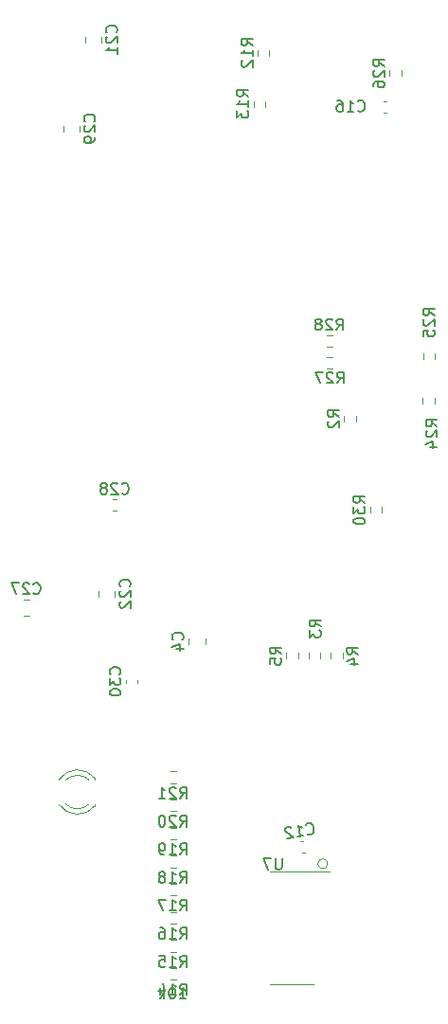
<source format=gbr>
G04 #@! TF.GenerationSoftware,KiCad,Pcbnew,7.0.9*
G04 #@! TF.CreationDate,2024-06-15T21:38:13-04:00*
G04 #@! TF.ProjectId,MEAP_Rev3c,4d454150-5f52-4657-9633-632e6b696361,rev?*
G04 #@! TF.SameCoordinates,Original*
G04 #@! TF.FileFunction,Legend,Bot*
G04 #@! TF.FilePolarity,Positive*
%FSLAX46Y46*%
G04 Gerber Fmt 4.6, Leading zero omitted, Abs format (unit mm)*
G04 Created by KiCad (PCBNEW 7.0.9) date 2024-06-15 21:38:13*
%MOMM*%
%LPD*%
G01*
G04 APERTURE LIST*
%ADD10C,0.120000*%
%ADD11C,0.150000*%
G04 APERTURE END LIST*
D10*
X42228406Y-99480000D02*
G75*
G03*
X42228406Y-99480000I-438406J0D01*
G01*
D11*
X28989411Y-111539819D02*
X29560839Y-111539819D01*
X29275125Y-111539819D02*
X29275125Y-110539819D01*
X29275125Y-110539819D02*
X29370363Y-110682676D01*
X29370363Y-110682676D02*
X29465601Y-110777914D01*
X29465601Y-110777914D02*
X29560839Y-110825533D01*
X28370363Y-110539819D02*
X28275125Y-110539819D01*
X28275125Y-110539819D02*
X28179887Y-110587438D01*
X28179887Y-110587438D02*
X28132268Y-110635057D01*
X28132268Y-110635057D02*
X28084649Y-110730295D01*
X28084649Y-110730295D02*
X28037030Y-110920771D01*
X28037030Y-110920771D02*
X28037030Y-111158866D01*
X28037030Y-111158866D02*
X28084649Y-111349342D01*
X28084649Y-111349342D02*
X28132268Y-111444580D01*
X28132268Y-111444580D02*
X28179887Y-111492200D01*
X28179887Y-111492200D02*
X28275125Y-111539819D01*
X28275125Y-111539819D02*
X28370363Y-111539819D01*
X28370363Y-111539819D02*
X28465601Y-111492200D01*
X28465601Y-111492200D02*
X28513220Y-111444580D01*
X28513220Y-111444580D02*
X28560839Y-111349342D01*
X28560839Y-111349342D02*
X28608458Y-111158866D01*
X28608458Y-111158866D02*
X28608458Y-110920771D01*
X28608458Y-110920771D02*
X28560839Y-110730295D01*
X28560839Y-110730295D02*
X28513220Y-110635057D01*
X28513220Y-110635057D02*
X28465601Y-110587438D01*
X28465601Y-110587438D02*
X28370363Y-110539819D01*
X27608458Y-111539819D02*
X27608458Y-110539819D01*
X27513220Y-111158866D02*
X27227506Y-111539819D01*
X27227506Y-110873152D02*
X27608458Y-111254104D01*
X29219580Y-79435833D02*
X29267200Y-79388214D01*
X29267200Y-79388214D02*
X29314819Y-79245357D01*
X29314819Y-79245357D02*
X29314819Y-79150119D01*
X29314819Y-79150119D02*
X29267200Y-79007262D01*
X29267200Y-79007262D02*
X29171961Y-78912024D01*
X29171961Y-78912024D02*
X29076723Y-78864405D01*
X29076723Y-78864405D02*
X28886247Y-78816786D01*
X28886247Y-78816786D02*
X28743390Y-78816786D01*
X28743390Y-78816786D02*
X28552914Y-78864405D01*
X28552914Y-78864405D02*
X28457676Y-78912024D01*
X28457676Y-78912024D02*
X28362438Y-79007262D01*
X28362438Y-79007262D02*
X28314819Y-79150119D01*
X28314819Y-79150119D02*
X28314819Y-79245357D01*
X28314819Y-79245357D02*
X28362438Y-79388214D01*
X28362438Y-79388214D02*
X28410057Y-79435833D01*
X28648152Y-80292976D02*
X29314819Y-80292976D01*
X28267200Y-80054881D02*
X28981485Y-79816786D01*
X28981485Y-79816786D02*
X28981485Y-80435833D01*
X43012857Y-51764819D02*
X43346190Y-51288628D01*
X43584285Y-51764819D02*
X43584285Y-50764819D01*
X43584285Y-50764819D02*
X43203333Y-50764819D01*
X43203333Y-50764819D02*
X43108095Y-50812438D01*
X43108095Y-50812438D02*
X43060476Y-50860057D01*
X43060476Y-50860057D02*
X43012857Y-50955295D01*
X43012857Y-50955295D02*
X43012857Y-51098152D01*
X43012857Y-51098152D02*
X43060476Y-51193390D01*
X43060476Y-51193390D02*
X43108095Y-51241009D01*
X43108095Y-51241009D02*
X43203333Y-51288628D01*
X43203333Y-51288628D02*
X43584285Y-51288628D01*
X42631904Y-50860057D02*
X42584285Y-50812438D01*
X42584285Y-50812438D02*
X42489047Y-50764819D01*
X42489047Y-50764819D02*
X42250952Y-50764819D01*
X42250952Y-50764819D02*
X42155714Y-50812438D01*
X42155714Y-50812438D02*
X42108095Y-50860057D01*
X42108095Y-50860057D02*
X42060476Y-50955295D01*
X42060476Y-50955295D02*
X42060476Y-51050533D01*
X42060476Y-51050533D02*
X42108095Y-51193390D01*
X42108095Y-51193390D02*
X42679523Y-51764819D01*
X42679523Y-51764819D02*
X42060476Y-51764819D01*
X41489047Y-51193390D02*
X41584285Y-51145771D01*
X41584285Y-51145771D02*
X41631904Y-51098152D01*
X41631904Y-51098152D02*
X41679523Y-51002914D01*
X41679523Y-51002914D02*
X41679523Y-50955295D01*
X41679523Y-50955295D02*
X41631904Y-50860057D01*
X41631904Y-50860057D02*
X41584285Y-50812438D01*
X41584285Y-50812438D02*
X41489047Y-50764819D01*
X41489047Y-50764819D02*
X41298571Y-50764819D01*
X41298571Y-50764819D02*
X41203333Y-50812438D01*
X41203333Y-50812438D02*
X41155714Y-50860057D01*
X41155714Y-50860057D02*
X41108095Y-50955295D01*
X41108095Y-50955295D02*
X41108095Y-51002914D01*
X41108095Y-51002914D02*
X41155714Y-51098152D01*
X41155714Y-51098152D02*
X41203333Y-51145771D01*
X41203333Y-51145771D02*
X41298571Y-51193390D01*
X41298571Y-51193390D02*
X41489047Y-51193390D01*
X41489047Y-51193390D02*
X41584285Y-51241009D01*
X41584285Y-51241009D02*
X41631904Y-51288628D01*
X41631904Y-51288628D02*
X41679523Y-51383866D01*
X41679523Y-51383866D02*
X41679523Y-51574342D01*
X41679523Y-51574342D02*
X41631904Y-51669580D01*
X41631904Y-51669580D02*
X41584285Y-51717200D01*
X41584285Y-51717200D02*
X41489047Y-51764819D01*
X41489047Y-51764819D02*
X41298571Y-51764819D01*
X41298571Y-51764819D02*
X41203333Y-51717200D01*
X41203333Y-51717200D02*
X41155714Y-51669580D01*
X41155714Y-51669580D02*
X41108095Y-51574342D01*
X41108095Y-51574342D02*
X41108095Y-51383866D01*
X41108095Y-51383866D02*
X41155714Y-51288628D01*
X41155714Y-51288628D02*
X41203333Y-51241009D01*
X41203333Y-51241009D02*
X41298571Y-51193390D01*
X29030359Y-106184820D02*
X29363692Y-105708629D01*
X29601787Y-106184820D02*
X29601787Y-105184820D01*
X29601787Y-105184820D02*
X29220835Y-105184820D01*
X29220835Y-105184820D02*
X29125597Y-105232439D01*
X29125597Y-105232439D02*
X29077978Y-105280058D01*
X29077978Y-105280058D02*
X29030359Y-105375296D01*
X29030359Y-105375296D02*
X29030359Y-105518153D01*
X29030359Y-105518153D02*
X29077978Y-105613391D01*
X29077978Y-105613391D02*
X29125597Y-105661010D01*
X29125597Y-105661010D02*
X29220835Y-105708629D01*
X29220835Y-105708629D02*
X29601787Y-105708629D01*
X28077978Y-106184820D02*
X28649406Y-106184820D01*
X28363692Y-106184820D02*
X28363692Y-105184820D01*
X28363692Y-105184820D02*
X28458930Y-105327677D01*
X28458930Y-105327677D02*
X28554168Y-105422915D01*
X28554168Y-105422915D02*
X28649406Y-105470534D01*
X27220835Y-105184820D02*
X27411311Y-105184820D01*
X27411311Y-105184820D02*
X27506549Y-105232439D01*
X27506549Y-105232439D02*
X27554168Y-105280058D01*
X27554168Y-105280058D02*
X27649406Y-105422915D01*
X27649406Y-105422915D02*
X27697025Y-105613391D01*
X27697025Y-105613391D02*
X27697025Y-105994343D01*
X27697025Y-105994343D02*
X27649406Y-106089581D01*
X27649406Y-106089581D02*
X27601787Y-106137201D01*
X27601787Y-106137201D02*
X27506549Y-106184820D01*
X27506549Y-106184820D02*
X27316073Y-106184820D01*
X27316073Y-106184820D02*
X27220835Y-106137201D01*
X27220835Y-106137201D02*
X27173216Y-106089581D01*
X27173216Y-106089581D02*
X27125597Y-105994343D01*
X27125597Y-105994343D02*
X27125597Y-105756248D01*
X27125597Y-105756248D02*
X27173216Y-105661010D01*
X27173216Y-105661010D02*
X27220835Y-105613391D01*
X27220835Y-105613391D02*
X27316073Y-105565772D01*
X27316073Y-105565772D02*
X27506549Y-105565772D01*
X27506549Y-105565772D02*
X27601787Y-105613391D01*
X27601787Y-105613391D02*
X27649406Y-105661010D01*
X27649406Y-105661010D02*
X27697025Y-105756248D01*
X41594819Y-78273333D02*
X41118628Y-77940000D01*
X41594819Y-77701905D02*
X40594819Y-77701905D01*
X40594819Y-77701905D02*
X40594819Y-78082857D01*
X40594819Y-78082857D02*
X40642438Y-78178095D01*
X40642438Y-78178095D02*
X40690057Y-78225714D01*
X40690057Y-78225714D02*
X40785295Y-78273333D01*
X40785295Y-78273333D02*
X40928152Y-78273333D01*
X40928152Y-78273333D02*
X41023390Y-78225714D01*
X41023390Y-78225714D02*
X41071009Y-78178095D01*
X41071009Y-78178095D02*
X41118628Y-78082857D01*
X41118628Y-78082857D02*
X41118628Y-77701905D01*
X40594819Y-78606667D02*
X40594819Y-79225714D01*
X40594819Y-79225714D02*
X40975771Y-78892381D01*
X40975771Y-78892381D02*
X40975771Y-79035238D01*
X40975771Y-79035238D02*
X41023390Y-79130476D01*
X41023390Y-79130476D02*
X41071009Y-79178095D01*
X41071009Y-79178095D02*
X41166247Y-79225714D01*
X41166247Y-79225714D02*
X41404342Y-79225714D01*
X41404342Y-79225714D02*
X41499580Y-79178095D01*
X41499580Y-79178095D02*
X41547200Y-79130476D01*
X41547200Y-79130476D02*
X41594819Y-79035238D01*
X41594819Y-79035238D02*
X41594819Y-78749524D01*
X41594819Y-78749524D02*
X41547200Y-78654286D01*
X41547200Y-78654286D02*
X41499580Y-78606667D01*
X35124819Y-30887142D02*
X34648628Y-30553809D01*
X35124819Y-30315714D02*
X34124819Y-30315714D01*
X34124819Y-30315714D02*
X34124819Y-30696666D01*
X34124819Y-30696666D02*
X34172438Y-30791904D01*
X34172438Y-30791904D02*
X34220057Y-30839523D01*
X34220057Y-30839523D02*
X34315295Y-30887142D01*
X34315295Y-30887142D02*
X34458152Y-30887142D01*
X34458152Y-30887142D02*
X34553390Y-30839523D01*
X34553390Y-30839523D02*
X34601009Y-30791904D01*
X34601009Y-30791904D02*
X34648628Y-30696666D01*
X34648628Y-30696666D02*
X34648628Y-30315714D01*
X35124819Y-31839523D02*
X35124819Y-31268095D01*
X35124819Y-31553809D02*
X34124819Y-31553809D01*
X34124819Y-31553809D02*
X34267676Y-31458571D01*
X34267676Y-31458571D02*
X34362914Y-31363333D01*
X34362914Y-31363333D02*
X34410533Y-31268095D01*
X34124819Y-32172857D02*
X34124819Y-32791904D01*
X34124819Y-32791904D02*
X34505771Y-32458571D01*
X34505771Y-32458571D02*
X34505771Y-32601428D01*
X34505771Y-32601428D02*
X34553390Y-32696666D01*
X34553390Y-32696666D02*
X34601009Y-32744285D01*
X34601009Y-32744285D02*
X34696247Y-32791904D01*
X34696247Y-32791904D02*
X34934342Y-32791904D01*
X34934342Y-32791904D02*
X35029580Y-32744285D01*
X35029580Y-32744285D02*
X35077200Y-32696666D01*
X35077200Y-32696666D02*
X35124819Y-32601428D01*
X35124819Y-32601428D02*
X35124819Y-32315714D01*
X35124819Y-32315714D02*
X35077200Y-32220476D01*
X35077200Y-32220476D02*
X35029580Y-32172857D01*
X21339579Y-33127139D02*
X21387199Y-33079520D01*
X21387199Y-33079520D02*
X21434818Y-32936663D01*
X21434818Y-32936663D02*
X21434818Y-32841425D01*
X21434818Y-32841425D02*
X21387199Y-32698568D01*
X21387199Y-32698568D02*
X21291960Y-32603330D01*
X21291960Y-32603330D02*
X21196722Y-32555711D01*
X21196722Y-32555711D02*
X21006246Y-32508092D01*
X21006246Y-32508092D02*
X20863389Y-32508092D01*
X20863389Y-32508092D02*
X20672913Y-32555711D01*
X20672913Y-32555711D02*
X20577675Y-32603330D01*
X20577675Y-32603330D02*
X20482437Y-32698568D01*
X20482437Y-32698568D02*
X20434818Y-32841425D01*
X20434818Y-32841425D02*
X20434818Y-32936663D01*
X20434818Y-32936663D02*
X20482437Y-33079520D01*
X20482437Y-33079520D02*
X20530056Y-33127139D01*
X20530056Y-33508092D02*
X20482437Y-33555711D01*
X20482437Y-33555711D02*
X20434818Y-33650949D01*
X20434818Y-33650949D02*
X20434818Y-33889044D01*
X20434818Y-33889044D02*
X20482437Y-33984282D01*
X20482437Y-33984282D02*
X20530056Y-34031901D01*
X20530056Y-34031901D02*
X20625294Y-34079520D01*
X20625294Y-34079520D02*
X20720532Y-34079520D01*
X20720532Y-34079520D02*
X20863389Y-34031901D01*
X20863389Y-34031901D02*
X21434818Y-33460473D01*
X21434818Y-33460473D02*
X21434818Y-34079520D01*
X21434818Y-34555711D02*
X21434818Y-34746187D01*
X21434818Y-34746187D02*
X21387199Y-34841425D01*
X21387199Y-34841425D02*
X21339579Y-34889044D01*
X21339579Y-34889044D02*
X21196722Y-34984282D01*
X21196722Y-34984282D02*
X21006246Y-35031901D01*
X21006246Y-35031901D02*
X20625294Y-35031901D01*
X20625294Y-35031901D02*
X20530056Y-34984282D01*
X20530056Y-34984282D02*
X20482437Y-34936663D01*
X20482437Y-34936663D02*
X20434818Y-34841425D01*
X20434818Y-34841425D02*
X20434818Y-34650949D01*
X20434818Y-34650949D02*
X20482437Y-34555711D01*
X20482437Y-34555711D02*
X20530056Y-34508092D01*
X20530056Y-34508092D02*
X20625294Y-34460473D01*
X20625294Y-34460473D02*
X20863389Y-34460473D01*
X20863389Y-34460473D02*
X20958627Y-34508092D01*
X20958627Y-34508092D02*
X21006246Y-34555711D01*
X21006246Y-34555711D02*
X21053865Y-34650949D01*
X21053865Y-34650949D02*
X21053865Y-34841425D01*
X21053865Y-34841425D02*
X21006246Y-34936663D01*
X21006246Y-34936663D02*
X20958627Y-34984282D01*
X20958627Y-34984282D02*
X20863389Y-35031901D01*
X43234819Y-59533333D02*
X42758628Y-59200000D01*
X43234819Y-58961905D02*
X42234819Y-58961905D01*
X42234819Y-58961905D02*
X42234819Y-59342857D01*
X42234819Y-59342857D02*
X42282438Y-59438095D01*
X42282438Y-59438095D02*
X42330057Y-59485714D01*
X42330057Y-59485714D02*
X42425295Y-59533333D01*
X42425295Y-59533333D02*
X42568152Y-59533333D01*
X42568152Y-59533333D02*
X42663390Y-59485714D01*
X42663390Y-59485714D02*
X42711009Y-59438095D01*
X42711009Y-59438095D02*
X42758628Y-59342857D01*
X42758628Y-59342857D02*
X42758628Y-58961905D01*
X42330057Y-59914286D02*
X42282438Y-59961905D01*
X42282438Y-59961905D02*
X42234819Y-60057143D01*
X42234819Y-60057143D02*
X42234819Y-60295238D01*
X42234819Y-60295238D02*
X42282438Y-60390476D01*
X42282438Y-60390476D02*
X42330057Y-60438095D01*
X42330057Y-60438095D02*
X42425295Y-60485714D01*
X42425295Y-60485714D02*
X42520533Y-60485714D01*
X42520533Y-60485714D02*
X42663390Y-60438095D01*
X42663390Y-60438095D02*
X43234819Y-59866667D01*
X43234819Y-59866667D02*
X43234819Y-60485714D01*
X29030358Y-101164816D02*
X29363691Y-100688625D01*
X29601786Y-101164816D02*
X29601786Y-100164816D01*
X29601786Y-100164816D02*
X29220834Y-100164816D01*
X29220834Y-100164816D02*
X29125596Y-100212435D01*
X29125596Y-100212435D02*
X29077977Y-100260054D01*
X29077977Y-100260054D02*
X29030358Y-100355292D01*
X29030358Y-100355292D02*
X29030358Y-100498149D01*
X29030358Y-100498149D02*
X29077977Y-100593387D01*
X29077977Y-100593387D02*
X29125596Y-100641006D01*
X29125596Y-100641006D02*
X29220834Y-100688625D01*
X29220834Y-100688625D02*
X29601786Y-100688625D01*
X28077977Y-101164816D02*
X28649405Y-101164816D01*
X28363691Y-101164816D02*
X28363691Y-100164816D01*
X28363691Y-100164816D02*
X28458929Y-100307673D01*
X28458929Y-100307673D02*
X28554167Y-100402911D01*
X28554167Y-100402911D02*
X28649405Y-100450530D01*
X27506548Y-100593387D02*
X27601786Y-100545768D01*
X27601786Y-100545768D02*
X27649405Y-100498149D01*
X27649405Y-100498149D02*
X27697024Y-100402911D01*
X27697024Y-100402911D02*
X27697024Y-100355292D01*
X27697024Y-100355292D02*
X27649405Y-100260054D01*
X27649405Y-100260054D02*
X27601786Y-100212435D01*
X27601786Y-100212435D02*
X27506548Y-100164816D01*
X27506548Y-100164816D02*
X27316072Y-100164816D01*
X27316072Y-100164816D02*
X27220834Y-100212435D01*
X27220834Y-100212435D02*
X27173215Y-100260054D01*
X27173215Y-100260054D02*
X27125596Y-100355292D01*
X27125596Y-100355292D02*
X27125596Y-100402911D01*
X27125596Y-100402911D02*
X27173215Y-100498149D01*
X27173215Y-100498149D02*
X27220834Y-100545768D01*
X27220834Y-100545768D02*
X27316072Y-100593387D01*
X27316072Y-100593387D02*
X27506548Y-100593387D01*
X27506548Y-100593387D02*
X27601786Y-100641006D01*
X27601786Y-100641006D02*
X27649405Y-100688625D01*
X27649405Y-100688625D02*
X27697024Y-100783863D01*
X27697024Y-100783863D02*
X27697024Y-100974339D01*
X27697024Y-100974339D02*
X27649405Y-101069577D01*
X27649405Y-101069577D02*
X27601786Y-101117197D01*
X27601786Y-101117197D02*
X27506548Y-101164816D01*
X27506548Y-101164816D02*
X27316072Y-101164816D01*
X27316072Y-101164816D02*
X27220834Y-101117197D01*
X27220834Y-101117197D02*
X27173215Y-101069577D01*
X27173215Y-101069577D02*
X27125596Y-100974339D01*
X27125596Y-100974339D02*
X27125596Y-100783863D01*
X27125596Y-100783863D02*
X27173215Y-100688625D01*
X27173215Y-100688625D02*
X27220834Y-100641006D01*
X27220834Y-100641006D02*
X27316072Y-100593387D01*
X15912857Y-75279580D02*
X15960476Y-75327200D01*
X15960476Y-75327200D02*
X16103333Y-75374819D01*
X16103333Y-75374819D02*
X16198571Y-75374819D01*
X16198571Y-75374819D02*
X16341428Y-75327200D01*
X16341428Y-75327200D02*
X16436666Y-75231961D01*
X16436666Y-75231961D02*
X16484285Y-75136723D01*
X16484285Y-75136723D02*
X16531904Y-74946247D01*
X16531904Y-74946247D02*
X16531904Y-74803390D01*
X16531904Y-74803390D02*
X16484285Y-74612914D01*
X16484285Y-74612914D02*
X16436666Y-74517676D01*
X16436666Y-74517676D02*
X16341428Y-74422438D01*
X16341428Y-74422438D02*
X16198571Y-74374819D01*
X16198571Y-74374819D02*
X16103333Y-74374819D01*
X16103333Y-74374819D02*
X15960476Y-74422438D01*
X15960476Y-74422438D02*
X15912857Y-74470057D01*
X15531904Y-74470057D02*
X15484285Y-74422438D01*
X15484285Y-74422438D02*
X15389047Y-74374819D01*
X15389047Y-74374819D02*
X15150952Y-74374819D01*
X15150952Y-74374819D02*
X15055714Y-74422438D01*
X15055714Y-74422438D02*
X15008095Y-74470057D01*
X15008095Y-74470057D02*
X14960476Y-74565295D01*
X14960476Y-74565295D02*
X14960476Y-74660533D01*
X14960476Y-74660533D02*
X15008095Y-74803390D01*
X15008095Y-74803390D02*
X15579523Y-75374819D01*
X15579523Y-75374819D02*
X14960476Y-75374819D01*
X14627142Y-74374819D02*
X13960476Y-74374819D01*
X13960476Y-74374819D02*
X14389047Y-75374819D01*
X23619580Y-82529642D02*
X23667200Y-82482023D01*
X23667200Y-82482023D02*
X23714819Y-82339166D01*
X23714819Y-82339166D02*
X23714819Y-82243928D01*
X23714819Y-82243928D02*
X23667200Y-82101071D01*
X23667200Y-82101071D02*
X23571961Y-82005833D01*
X23571961Y-82005833D02*
X23476723Y-81958214D01*
X23476723Y-81958214D02*
X23286247Y-81910595D01*
X23286247Y-81910595D02*
X23143390Y-81910595D01*
X23143390Y-81910595D02*
X22952914Y-81958214D01*
X22952914Y-81958214D02*
X22857676Y-82005833D01*
X22857676Y-82005833D02*
X22762438Y-82101071D01*
X22762438Y-82101071D02*
X22714819Y-82243928D01*
X22714819Y-82243928D02*
X22714819Y-82339166D01*
X22714819Y-82339166D02*
X22762438Y-82482023D01*
X22762438Y-82482023D02*
X22810057Y-82529642D01*
X22714819Y-82862976D02*
X22714819Y-83482023D01*
X22714819Y-83482023D02*
X23095771Y-83148690D01*
X23095771Y-83148690D02*
X23095771Y-83291547D01*
X23095771Y-83291547D02*
X23143390Y-83386785D01*
X23143390Y-83386785D02*
X23191009Y-83434404D01*
X23191009Y-83434404D02*
X23286247Y-83482023D01*
X23286247Y-83482023D02*
X23524342Y-83482023D01*
X23524342Y-83482023D02*
X23619580Y-83434404D01*
X23619580Y-83434404D02*
X23667200Y-83386785D01*
X23667200Y-83386785D02*
X23714819Y-83291547D01*
X23714819Y-83291547D02*
X23714819Y-83005833D01*
X23714819Y-83005833D02*
X23667200Y-82910595D01*
X23667200Y-82910595D02*
X23619580Y-82862976D01*
X22714819Y-84101071D02*
X22714819Y-84196309D01*
X22714819Y-84196309D02*
X22762438Y-84291547D01*
X22762438Y-84291547D02*
X22810057Y-84339166D01*
X22810057Y-84339166D02*
X22905295Y-84386785D01*
X22905295Y-84386785D02*
X23095771Y-84434404D01*
X23095771Y-84434404D02*
X23333866Y-84434404D01*
X23333866Y-84434404D02*
X23524342Y-84386785D01*
X23524342Y-84386785D02*
X23619580Y-84339166D01*
X23619580Y-84339166D02*
X23667200Y-84291547D01*
X23667200Y-84291547D02*
X23714819Y-84196309D01*
X23714819Y-84196309D02*
X23714819Y-84101071D01*
X23714819Y-84101071D02*
X23667200Y-84005833D01*
X23667200Y-84005833D02*
X23619580Y-83958214D01*
X23619580Y-83958214D02*
X23524342Y-83910595D01*
X23524342Y-83910595D02*
X23333866Y-83862976D01*
X23333866Y-83862976D02*
X23095771Y-83862976D01*
X23095771Y-83862976D02*
X22905295Y-83910595D01*
X22905295Y-83910595D02*
X22810057Y-83958214D01*
X22810057Y-83958214D02*
X22762438Y-84005833D01*
X22762438Y-84005833D02*
X22714819Y-84101071D01*
X44922857Y-32139580D02*
X44970476Y-32187200D01*
X44970476Y-32187200D02*
X45113333Y-32234819D01*
X45113333Y-32234819D02*
X45208571Y-32234819D01*
X45208571Y-32234819D02*
X45351428Y-32187200D01*
X45351428Y-32187200D02*
X45446666Y-32091961D01*
X45446666Y-32091961D02*
X45494285Y-31996723D01*
X45494285Y-31996723D02*
X45541904Y-31806247D01*
X45541904Y-31806247D02*
X45541904Y-31663390D01*
X45541904Y-31663390D02*
X45494285Y-31472914D01*
X45494285Y-31472914D02*
X45446666Y-31377676D01*
X45446666Y-31377676D02*
X45351428Y-31282438D01*
X45351428Y-31282438D02*
X45208571Y-31234819D01*
X45208571Y-31234819D02*
X45113333Y-31234819D01*
X45113333Y-31234819D02*
X44970476Y-31282438D01*
X44970476Y-31282438D02*
X44922857Y-31330057D01*
X43970476Y-32234819D02*
X44541904Y-32234819D01*
X44256190Y-32234819D02*
X44256190Y-31234819D01*
X44256190Y-31234819D02*
X44351428Y-31377676D01*
X44351428Y-31377676D02*
X44446666Y-31472914D01*
X44446666Y-31472914D02*
X44541904Y-31520533D01*
X43113333Y-31234819D02*
X43303809Y-31234819D01*
X43303809Y-31234819D02*
X43399047Y-31282438D01*
X43399047Y-31282438D02*
X43446666Y-31330057D01*
X43446666Y-31330057D02*
X43541904Y-31472914D01*
X43541904Y-31472914D02*
X43589523Y-31663390D01*
X43589523Y-31663390D02*
X43589523Y-32044342D01*
X43589523Y-32044342D02*
X43541904Y-32139580D01*
X43541904Y-32139580D02*
X43494285Y-32187200D01*
X43494285Y-32187200D02*
X43399047Y-32234819D01*
X43399047Y-32234819D02*
X43208571Y-32234819D01*
X43208571Y-32234819D02*
X43113333Y-32187200D01*
X43113333Y-32187200D02*
X43065714Y-32139580D01*
X43065714Y-32139580D02*
X43018095Y-32044342D01*
X43018095Y-32044342D02*
X43018095Y-31806247D01*
X43018095Y-31806247D02*
X43065714Y-31711009D01*
X43065714Y-31711009D02*
X43113333Y-31663390D01*
X43113333Y-31663390D02*
X43208571Y-31615771D01*
X43208571Y-31615771D02*
X43399047Y-31615771D01*
X43399047Y-31615771D02*
X43494285Y-31663390D01*
X43494285Y-31663390D02*
X43541904Y-31711009D01*
X43541904Y-31711009D02*
X43589523Y-31806247D01*
X35494819Y-26337142D02*
X35018628Y-26003809D01*
X35494819Y-25765714D02*
X34494819Y-25765714D01*
X34494819Y-25765714D02*
X34494819Y-26146666D01*
X34494819Y-26146666D02*
X34542438Y-26241904D01*
X34542438Y-26241904D02*
X34590057Y-26289523D01*
X34590057Y-26289523D02*
X34685295Y-26337142D01*
X34685295Y-26337142D02*
X34828152Y-26337142D01*
X34828152Y-26337142D02*
X34923390Y-26289523D01*
X34923390Y-26289523D02*
X34971009Y-26241904D01*
X34971009Y-26241904D02*
X35018628Y-26146666D01*
X35018628Y-26146666D02*
X35018628Y-25765714D01*
X35494819Y-27289523D02*
X35494819Y-26718095D01*
X35494819Y-27003809D02*
X34494819Y-27003809D01*
X34494819Y-27003809D02*
X34637676Y-26908571D01*
X34637676Y-26908571D02*
X34732914Y-26813333D01*
X34732914Y-26813333D02*
X34780533Y-26718095D01*
X34590057Y-27670476D02*
X34542438Y-27718095D01*
X34542438Y-27718095D02*
X34494819Y-27813333D01*
X34494819Y-27813333D02*
X34494819Y-28051428D01*
X34494819Y-28051428D02*
X34542438Y-28146666D01*
X34542438Y-28146666D02*
X34590057Y-28194285D01*
X34590057Y-28194285D02*
X34685295Y-28241904D01*
X34685295Y-28241904D02*
X34780533Y-28241904D01*
X34780533Y-28241904D02*
X34923390Y-28194285D01*
X34923390Y-28194285D02*
X35494819Y-27622857D01*
X35494819Y-27622857D02*
X35494819Y-28241904D01*
X45544819Y-67217142D02*
X45068628Y-66883809D01*
X45544819Y-66645714D02*
X44544819Y-66645714D01*
X44544819Y-66645714D02*
X44544819Y-67026666D01*
X44544819Y-67026666D02*
X44592438Y-67121904D01*
X44592438Y-67121904D02*
X44640057Y-67169523D01*
X44640057Y-67169523D02*
X44735295Y-67217142D01*
X44735295Y-67217142D02*
X44878152Y-67217142D01*
X44878152Y-67217142D02*
X44973390Y-67169523D01*
X44973390Y-67169523D02*
X45021009Y-67121904D01*
X45021009Y-67121904D02*
X45068628Y-67026666D01*
X45068628Y-67026666D02*
X45068628Y-66645714D01*
X44544819Y-67550476D02*
X44544819Y-68169523D01*
X44544819Y-68169523D02*
X44925771Y-67836190D01*
X44925771Y-67836190D02*
X44925771Y-67979047D01*
X44925771Y-67979047D02*
X44973390Y-68074285D01*
X44973390Y-68074285D02*
X45021009Y-68121904D01*
X45021009Y-68121904D02*
X45116247Y-68169523D01*
X45116247Y-68169523D02*
X45354342Y-68169523D01*
X45354342Y-68169523D02*
X45449580Y-68121904D01*
X45449580Y-68121904D02*
X45497200Y-68074285D01*
X45497200Y-68074285D02*
X45544819Y-67979047D01*
X45544819Y-67979047D02*
X45544819Y-67693333D01*
X45544819Y-67693333D02*
X45497200Y-67598095D01*
X45497200Y-67598095D02*
X45449580Y-67550476D01*
X44544819Y-68788571D02*
X44544819Y-68883809D01*
X44544819Y-68883809D02*
X44592438Y-68979047D01*
X44592438Y-68979047D02*
X44640057Y-69026666D01*
X44640057Y-69026666D02*
X44735295Y-69074285D01*
X44735295Y-69074285D02*
X44925771Y-69121904D01*
X44925771Y-69121904D02*
X45163866Y-69121904D01*
X45163866Y-69121904D02*
X45354342Y-69074285D01*
X45354342Y-69074285D02*
X45449580Y-69026666D01*
X45449580Y-69026666D02*
X45497200Y-68979047D01*
X45497200Y-68979047D02*
X45544819Y-68883809D01*
X45544819Y-68883809D02*
X45544819Y-68788571D01*
X45544819Y-68788571D02*
X45497200Y-68693333D01*
X45497200Y-68693333D02*
X45449580Y-68645714D01*
X45449580Y-68645714D02*
X45354342Y-68598095D01*
X45354342Y-68598095D02*
X45163866Y-68550476D01*
X45163866Y-68550476D02*
X44925771Y-68550476D01*
X44925771Y-68550476D02*
X44735295Y-68598095D01*
X44735295Y-68598095D02*
X44640057Y-68645714D01*
X44640057Y-68645714D02*
X44592438Y-68693333D01*
X44592438Y-68693333D02*
X44544819Y-68788571D01*
X29030359Y-103674818D02*
X29363692Y-103198627D01*
X29601787Y-103674818D02*
X29601787Y-102674818D01*
X29601787Y-102674818D02*
X29220835Y-102674818D01*
X29220835Y-102674818D02*
X29125597Y-102722437D01*
X29125597Y-102722437D02*
X29077978Y-102770056D01*
X29077978Y-102770056D02*
X29030359Y-102865294D01*
X29030359Y-102865294D02*
X29030359Y-103008151D01*
X29030359Y-103008151D02*
X29077978Y-103103389D01*
X29077978Y-103103389D02*
X29125597Y-103151008D01*
X29125597Y-103151008D02*
X29220835Y-103198627D01*
X29220835Y-103198627D02*
X29601787Y-103198627D01*
X28077978Y-103674818D02*
X28649406Y-103674818D01*
X28363692Y-103674818D02*
X28363692Y-102674818D01*
X28363692Y-102674818D02*
X28458930Y-102817675D01*
X28458930Y-102817675D02*
X28554168Y-102912913D01*
X28554168Y-102912913D02*
X28649406Y-102960532D01*
X27744644Y-102674818D02*
X27077978Y-102674818D01*
X27077978Y-102674818D02*
X27506549Y-103674818D01*
X44924819Y-80733333D02*
X44448628Y-80400000D01*
X44924819Y-80161905D02*
X43924819Y-80161905D01*
X43924819Y-80161905D02*
X43924819Y-80542857D01*
X43924819Y-80542857D02*
X43972438Y-80638095D01*
X43972438Y-80638095D02*
X44020057Y-80685714D01*
X44020057Y-80685714D02*
X44115295Y-80733333D01*
X44115295Y-80733333D02*
X44258152Y-80733333D01*
X44258152Y-80733333D02*
X44353390Y-80685714D01*
X44353390Y-80685714D02*
X44401009Y-80638095D01*
X44401009Y-80638095D02*
X44448628Y-80542857D01*
X44448628Y-80542857D02*
X44448628Y-80161905D01*
X44258152Y-81590476D02*
X44924819Y-81590476D01*
X43877200Y-81352381D02*
X44591485Y-81114286D01*
X44591485Y-81114286D02*
X44591485Y-81733333D01*
X51994819Y-60387142D02*
X51518628Y-60053809D01*
X51994819Y-59815714D02*
X50994819Y-59815714D01*
X50994819Y-59815714D02*
X50994819Y-60196666D01*
X50994819Y-60196666D02*
X51042438Y-60291904D01*
X51042438Y-60291904D02*
X51090057Y-60339523D01*
X51090057Y-60339523D02*
X51185295Y-60387142D01*
X51185295Y-60387142D02*
X51328152Y-60387142D01*
X51328152Y-60387142D02*
X51423390Y-60339523D01*
X51423390Y-60339523D02*
X51471009Y-60291904D01*
X51471009Y-60291904D02*
X51518628Y-60196666D01*
X51518628Y-60196666D02*
X51518628Y-59815714D01*
X51090057Y-60768095D02*
X51042438Y-60815714D01*
X51042438Y-60815714D02*
X50994819Y-60910952D01*
X50994819Y-60910952D02*
X50994819Y-61149047D01*
X50994819Y-61149047D02*
X51042438Y-61244285D01*
X51042438Y-61244285D02*
X51090057Y-61291904D01*
X51090057Y-61291904D02*
X51185295Y-61339523D01*
X51185295Y-61339523D02*
X51280533Y-61339523D01*
X51280533Y-61339523D02*
X51423390Y-61291904D01*
X51423390Y-61291904D02*
X51994819Y-60720476D01*
X51994819Y-60720476D02*
X51994819Y-61339523D01*
X51328152Y-62196666D02*
X51994819Y-62196666D01*
X50947200Y-61958571D02*
X51661485Y-61720476D01*
X51661485Y-61720476D02*
X51661485Y-62339523D01*
X29030357Y-98654819D02*
X29363690Y-98178628D01*
X29601785Y-98654819D02*
X29601785Y-97654819D01*
X29601785Y-97654819D02*
X29220833Y-97654819D01*
X29220833Y-97654819D02*
X29125595Y-97702438D01*
X29125595Y-97702438D02*
X29077976Y-97750057D01*
X29077976Y-97750057D02*
X29030357Y-97845295D01*
X29030357Y-97845295D02*
X29030357Y-97988152D01*
X29030357Y-97988152D02*
X29077976Y-98083390D01*
X29077976Y-98083390D02*
X29125595Y-98131009D01*
X29125595Y-98131009D02*
X29220833Y-98178628D01*
X29220833Y-98178628D02*
X29601785Y-98178628D01*
X28077976Y-98654819D02*
X28649404Y-98654819D01*
X28363690Y-98654819D02*
X28363690Y-97654819D01*
X28363690Y-97654819D02*
X28458928Y-97797676D01*
X28458928Y-97797676D02*
X28554166Y-97892914D01*
X28554166Y-97892914D02*
X28649404Y-97940533D01*
X27601785Y-98654819D02*
X27411309Y-98654819D01*
X27411309Y-98654819D02*
X27316071Y-98607200D01*
X27316071Y-98607200D02*
X27268452Y-98559580D01*
X27268452Y-98559580D02*
X27173214Y-98416723D01*
X27173214Y-98416723D02*
X27125595Y-98226247D01*
X27125595Y-98226247D02*
X27125595Y-97845295D01*
X27125595Y-97845295D02*
X27173214Y-97750057D01*
X27173214Y-97750057D02*
X27220833Y-97702438D01*
X27220833Y-97702438D02*
X27316071Y-97654819D01*
X27316071Y-97654819D02*
X27506547Y-97654819D01*
X27506547Y-97654819D02*
X27601785Y-97702438D01*
X27601785Y-97702438D02*
X27649404Y-97750057D01*
X27649404Y-97750057D02*
X27697023Y-97845295D01*
X27697023Y-97845295D02*
X27697023Y-98083390D01*
X27697023Y-98083390D02*
X27649404Y-98178628D01*
X27649404Y-98178628D02*
X27601785Y-98226247D01*
X27601785Y-98226247D02*
X27506547Y-98273866D01*
X27506547Y-98273866D02*
X27316071Y-98273866D01*
X27316071Y-98273866D02*
X27220833Y-98226247D01*
X27220833Y-98226247D02*
X27173214Y-98178628D01*
X27173214Y-98178628D02*
X27125595Y-98083390D01*
X29030355Y-93634819D02*
X29363688Y-93158628D01*
X29601783Y-93634819D02*
X29601783Y-92634819D01*
X29601783Y-92634819D02*
X29220831Y-92634819D01*
X29220831Y-92634819D02*
X29125593Y-92682438D01*
X29125593Y-92682438D02*
X29077974Y-92730057D01*
X29077974Y-92730057D02*
X29030355Y-92825295D01*
X29030355Y-92825295D02*
X29030355Y-92968152D01*
X29030355Y-92968152D02*
X29077974Y-93063390D01*
X29077974Y-93063390D02*
X29125593Y-93111009D01*
X29125593Y-93111009D02*
X29220831Y-93158628D01*
X29220831Y-93158628D02*
X29601783Y-93158628D01*
X28649402Y-92730057D02*
X28601783Y-92682438D01*
X28601783Y-92682438D02*
X28506545Y-92634819D01*
X28506545Y-92634819D02*
X28268450Y-92634819D01*
X28268450Y-92634819D02*
X28173212Y-92682438D01*
X28173212Y-92682438D02*
X28125593Y-92730057D01*
X28125593Y-92730057D02*
X28077974Y-92825295D01*
X28077974Y-92825295D02*
X28077974Y-92920533D01*
X28077974Y-92920533D02*
X28125593Y-93063390D01*
X28125593Y-93063390D02*
X28697021Y-93634819D01*
X28697021Y-93634819D02*
X28077974Y-93634819D01*
X27125593Y-93634819D02*
X27697021Y-93634819D01*
X27411307Y-93634819D02*
X27411307Y-92634819D01*
X27411307Y-92634819D02*
X27506545Y-92777676D01*
X27506545Y-92777676D02*
X27601783Y-92872914D01*
X27601783Y-92872914D02*
X27697021Y-92920533D01*
X23309582Y-25157141D02*
X23357202Y-25109522D01*
X23357202Y-25109522D02*
X23404821Y-24966665D01*
X23404821Y-24966665D02*
X23404821Y-24871427D01*
X23404821Y-24871427D02*
X23357202Y-24728570D01*
X23357202Y-24728570D02*
X23261963Y-24633332D01*
X23261963Y-24633332D02*
X23166725Y-24585713D01*
X23166725Y-24585713D02*
X22976249Y-24538094D01*
X22976249Y-24538094D02*
X22833392Y-24538094D01*
X22833392Y-24538094D02*
X22642916Y-24585713D01*
X22642916Y-24585713D02*
X22547678Y-24633332D01*
X22547678Y-24633332D02*
X22452440Y-24728570D01*
X22452440Y-24728570D02*
X22404821Y-24871427D01*
X22404821Y-24871427D02*
X22404821Y-24966665D01*
X22404821Y-24966665D02*
X22452440Y-25109522D01*
X22452440Y-25109522D02*
X22500059Y-25157141D01*
X22500059Y-25538094D02*
X22452440Y-25585713D01*
X22452440Y-25585713D02*
X22404821Y-25680951D01*
X22404821Y-25680951D02*
X22404821Y-25919046D01*
X22404821Y-25919046D02*
X22452440Y-26014284D01*
X22452440Y-26014284D02*
X22500059Y-26061903D01*
X22500059Y-26061903D02*
X22595297Y-26109522D01*
X22595297Y-26109522D02*
X22690535Y-26109522D01*
X22690535Y-26109522D02*
X22833392Y-26061903D01*
X22833392Y-26061903D02*
X23404821Y-25490475D01*
X23404821Y-25490475D02*
X23404821Y-26109522D01*
X23404821Y-27061903D02*
X23404821Y-26490475D01*
X23404821Y-26776189D02*
X22404821Y-26776189D01*
X22404821Y-26776189D02*
X22547678Y-26680951D01*
X22547678Y-26680951D02*
X22642916Y-26585713D01*
X22642916Y-26585713D02*
X22690535Y-26490475D01*
X43062857Y-56504819D02*
X43396190Y-56028628D01*
X43634285Y-56504819D02*
X43634285Y-55504819D01*
X43634285Y-55504819D02*
X43253333Y-55504819D01*
X43253333Y-55504819D02*
X43158095Y-55552438D01*
X43158095Y-55552438D02*
X43110476Y-55600057D01*
X43110476Y-55600057D02*
X43062857Y-55695295D01*
X43062857Y-55695295D02*
X43062857Y-55838152D01*
X43062857Y-55838152D02*
X43110476Y-55933390D01*
X43110476Y-55933390D02*
X43158095Y-55981009D01*
X43158095Y-55981009D02*
X43253333Y-56028628D01*
X43253333Y-56028628D02*
X43634285Y-56028628D01*
X42681904Y-55600057D02*
X42634285Y-55552438D01*
X42634285Y-55552438D02*
X42539047Y-55504819D01*
X42539047Y-55504819D02*
X42300952Y-55504819D01*
X42300952Y-55504819D02*
X42205714Y-55552438D01*
X42205714Y-55552438D02*
X42158095Y-55600057D01*
X42158095Y-55600057D02*
X42110476Y-55695295D01*
X42110476Y-55695295D02*
X42110476Y-55790533D01*
X42110476Y-55790533D02*
X42158095Y-55933390D01*
X42158095Y-55933390D02*
X42729523Y-56504819D01*
X42729523Y-56504819D02*
X42110476Y-56504819D01*
X41777142Y-55504819D02*
X41110476Y-55504819D01*
X41110476Y-55504819D02*
X41539047Y-56504819D01*
X29030356Y-96144820D02*
X29363689Y-95668629D01*
X29601784Y-96144820D02*
X29601784Y-95144820D01*
X29601784Y-95144820D02*
X29220832Y-95144820D01*
X29220832Y-95144820D02*
X29125594Y-95192439D01*
X29125594Y-95192439D02*
X29077975Y-95240058D01*
X29077975Y-95240058D02*
X29030356Y-95335296D01*
X29030356Y-95335296D02*
X29030356Y-95478153D01*
X29030356Y-95478153D02*
X29077975Y-95573391D01*
X29077975Y-95573391D02*
X29125594Y-95621010D01*
X29125594Y-95621010D02*
X29220832Y-95668629D01*
X29220832Y-95668629D02*
X29601784Y-95668629D01*
X28649403Y-95240058D02*
X28601784Y-95192439D01*
X28601784Y-95192439D02*
X28506546Y-95144820D01*
X28506546Y-95144820D02*
X28268451Y-95144820D01*
X28268451Y-95144820D02*
X28173213Y-95192439D01*
X28173213Y-95192439D02*
X28125594Y-95240058D01*
X28125594Y-95240058D02*
X28077975Y-95335296D01*
X28077975Y-95335296D02*
X28077975Y-95430534D01*
X28077975Y-95430534D02*
X28125594Y-95573391D01*
X28125594Y-95573391D02*
X28697022Y-96144820D01*
X28697022Y-96144820D02*
X28077975Y-96144820D01*
X27458927Y-95144820D02*
X27363689Y-95144820D01*
X27363689Y-95144820D02*
X27268451Y-95192439D01*
X27268451Y-95192439D02*
X27220832Y-95240058D01*
X27220832Y-95240058D02*
X27173213Y-95335296D01*
X27173213Y-95335296D02*
X27125594Y-95525772D01*
X27125594Y-95525772D02*
X27125594Y-95763867D01*
X27125594Y-95763867D02*
X27173213Y-95954343D01*
X27173213Y-95954343D02*
X27220832Y-96049581D01*
X27220832Y-96049581D02*
X27268451Y-96097201D01*
X27268451Y-96097201D02*
X27363689Y-96144820D01*
X27363689Y-96144820D02*
X27458927Y-96144820D01*
X27458927Y-96144820D02*
X27554165Y-96097201D01*
X27554165Y-96097201D02*
X27601784Y-96049581D01*
X27601784Y-96049581D02*
X27649403Y-95954343D01*
X27649403Y-95954343D02*
X27697022Y-95763867D01*
X27697022Y-95763867D02*
X27697022Y-95525772D01*
X27697022Y-95525772D02*
X27649403Y-95335296D01*
X27649403Y-95335296D02*
X27601784Y-95240058D01*
X27601784Y-95240058D02*
X27554165Y-95192439D01*
X27554165Y-95192439D02*
X27458927Y-95144820D01*
X29030358Y-111204818D02*
X29363691Y-110728627D01*
X29601786Y-111204818D02*
X29601786Y-110204818D01*
X29601786Y-110204818D02*
X29220834Y-110204818D01*
X29220834Y-110204818D02*
X29125596Y-110252437D01*
X29125596Y-110252437D02*
X29077977Y-110300056D01*
X29077977Y-110300056D02*
X29030358Y-110395294D01*
X29030358Y-110395294D02*
X29030358Y-110538151D01*
X29030358Y-110538151D02*
X29077977Y-110633389D01*
X29077977Y-110633389D02*
X29125596Y-110681008D01*
X29125596Y-110681008D02*
X29220834Y-110728627D01*
X29220834Y-110728627D02*
X29601786Y-110728627D01*
X28077977Y-111204818D02*
X28649405Y-111204818D01*
X28363691Y-111204818D02*
X28363691Y-110204818D01*
X28363691Y-110204818D02*
X28458929Y-110347675D01*
X28458929Y-110347675D02*
X28554167Y-110442913D01*
X28554167Y-110442913D02*
X28649405Y-110490532D01*
X27220834Y-110538151D02*
X27220834Y-111204818D01*
X27458929Y-110157199D02*
X27697024Y-110871484D01*
X27697024Y-110871484D02*
X27077977Y-110871484D01*
X38121904Y-98964819D02*
X38121904Y-99774342D01*
X38121904Y-99774342D02*
X38074285Y-99869580D01*
X38074285Y-99869580D02*
X38026666Y-99917200D01*
X38026666Y-99917200D02*
X37931428Y-99964819D01*
X37931428Y-99964819D02*
X37740952Y-99964819D01*
X37740952Y-99964819D02*
X37645714Y-99917200D01*
X37645714Y-99917200D02*
X37598095Y-99869580D01*
X37598095Y-99869580D02*
X37550476Y-99774342D01*
X37550476Y-99774342D02*
X37550476Y-98964819D01*
X37169523Y-98964819D02*
X36502857Y-98964819D01*
X36502857Y-98964819D02*
X36931428Y-99964819D01*
X51754819Y-50447142D02*
X51278628Y-50113809D01*
X51754819Y-49875714D02*
X50754819Y-49875714D01*
X50754819Y-49875714D02*
X50754819Y-50256666D01*
X50754819Y-50256666D02*
X50802438Y-50351904D01*
X50802438Y-50351904D02*
X50850057Y-50399523D01*
X50850057Y-50399523D02*
X50945295Y-50447142D01*
X50945295Y-50447142D02*
X51088152Y-50447142D01*
X51088152Y-50447142D02*
X51183390Y-50399523D01*
X51183390Y-50399523D02*
X51231009Y-50351904D01*
X51231009Y-50351904D02*
X51278628Y-50256666D01*
X51278628Y-50256666D02*
X51278628Y-49875714D01*
X50850057Y-50828095D02*
X50802438Y-50875714D01*
X50802438Y-50875714D02*
X50754819Y-50970952D01*
X50754819Y-50970952D02*
X50754819Y-51209047D01*
X50754819Y-51209047D02*
X50802438Y-51304285D01*
X50802438Y-51304285D02*
X50850057Y-51351904D01*
X50850057Y-51351904D02*
X50945295Y-51399523D01*
X50945295Y-51399523D02*
X51040533Y-51399523D01*
X51040533Y-51399523D02*
X51183390Y-51351904D01*
X51183390Y-51351904D02*
X51754819Y-50780476D01*
X51754819Y-50780476D02*
X51754819Y-51399523D01*
X50754819Y-52304285D02*
X50754819Y-51828095D01*
X50754819Y-51828095D02*
X51231009Y-51780476D01*
X51231009Y-51780476D02*
X51183390Y-51828095D01*
X51183390Y-51828095D02*
X51135771Y-51923333D01*
X51135771Y-51923333D02*
X51135771Y-52161428D01*
X51135771Y-52161428D02*
X51183390Y-52256666D01*
X51183390Y-52256666D02*
X51231009Y-52304285D01*
X51231009Y-52304285D02*
X51326247Y-52351904D01*
X51326247Y-52351904D02*
X51564342Y-52351904D01*
X51564342Y-52351904D02*
X51659580Y-52304285D01*
X51659580Y-52304285D02*
X51707200Y-52256666D01*
X51707200Y-52256666D02*
X51754819Y-52161428D01*
X51754819Y-52161428D02*
X51754819Y-51923333D01*
X51754819Y-51923333D02*
X51707200Y-51828095D01*
X51707200Y-51828095D02*
X51659580Y-51780476D01*
X29030359Y-108694816D02*
X29363692Y-108218625D01*
X29601787Y-108694816D02*
X29601787Y-107694816D01*
X29601787Y-107694816D02*
X29220835Y-107694816D01*
X29220835Y-107694816D02*
X29125597Y-107742435D01*
X29125597Y-107742435D02*
X29077978Y-107790054D01*
X29077978Y-107790054D02*
X29030359Y-107885292D01*
X29030359Y-107885292D02*
X29030359Y-108028149D01*
X29030359Y-108028149D02*
X29077978Y-108123387D01*
X29077978Y-108123387D02*
X29125597Y-108171006D01*
X29125597Y-108171006D02*
X29220835Y-108218625D01*
X29220835Y-108218625D02*
X29601787Y-108218625D01*
X28077978Y-108694816D02*
X28649406Y-108694816D01*
X28363692Y-108694816D02*
X28363692Y-107694816D01*
X28363692Y-107694816D02*
X28458930Y-107837673D01*
X28458930Y-107837673D02*
X28554168Y-107932911D01*
X28554168Y-107932911D02*
X28649406Y-107980530D01*
X27173216Y-107694816D02*
X27649406Y-107694816D01*
X27649406Y-107694816D02*
X27697025Y-108171006D01*
X27697025Y-108171006D02*
X27649406Y-108123387D01*
X27649406Y-108123387D02*
X27554168Y-108075768D01*
X27554168Y-108075768D02*
X27316073Y-108075768D01*
X27316073Y-108075768D02*
X27220835Y-108123387D01*
X27220835Y-108123387D02*
X27173216Y-108171006D01*
X27173216Y-108171006D02*
X27125597Y-108266244D01*
X27125597Y-108266244D02*
X27125597Y-108504339D01*
X27125597Y-108504339D02*
X27173216Y-108599577D01*
X27173216Y-108599577D02*
X27220835Y-108647197D01*
X27220835Y-108647197D02*
X27316073Y-108694816D01*
X27316073Y-108694816D02*
X27554168Y-108694816D01*
X27554168Y-108694816D02*
X27649406Y-108647197D01*
X27649406Y-108647197D02*
X27697025Y-108599577D01*
X40407214Y-96794212D02*
X40462378Y-96832838D01*
X40462378Y-96832838D02*
X40611334Y-96854927D01*
X40611334Y-96854927D02*
X40705125Y-96838389D01*
X40705125Y-96838389D02*
X40837543Y-96766687D01*
X40837543Y-96766687D02*
X40914797Y-96656357D01*
X40914797Y-96656357D02*
X40945154Y-96554297D01*
X40945154Y-96554297D02*
X40958974Y-96358446D01*
X40958974Y-96358446D02*
X40934167Y-96217759D01*
X40934167Y-96217759D02*
X40854196Y-96038446D01*
X40854196Y-96038446D02*
X40790762Y-95952923D01*
X40790762Y-95952923D02*
X40680433Y-95875670D01*
X40680433Y-95875670D02*
X40531477Y-95853581D01*
X40531477Y-95853581D02*
X40437686Y-95870119D01*
X40437686Y-95870119D02*
X40305268Y-95941822D01*
X40305268Y-95941822D02*
X40266641Y-95996986D01*
X39485840Y-97053382D02*
X40048587Y-96954155D01*
X39767213Y-97003768D02*
X39593565Y-96018961D01*
X39593565Y-96018961D02*
X39712163Y-96143109D01*
X39712163Y-96143109D02*
X39822492Y-96220363D01*
X39822492Y-96220363D02*
X39924552Y-96250720D01*
X38953564Y-96228517D02*
X38898400Y-96189891D01*
X38898400Y-96189891D02*
X38796340Y-96159533D01*
X38796340Y-96159533D02*
X38561862Y-96200878D01*
X38561862Y-96200878D02*
X38476339Y-96264311D01*
X38476339Y-96264311D02*
X38437713Y-96319476D01*
X38437713Y-96319476D02*
X38407355Y-96421536D01*
X38407355Y-96421536D02*
X38423893Y-96515327D01*
X38423893Y-96515327D02*
X38495595Y-96647745D01*
X38495595Y-96647745D02*
X39157570Y-97111265D01*
X39157570Y-97111265D02*
X38547927Y-97218761D01*
X23810357Y-66339580D02*
X23857976Y-66387200D01*
X23857976Y-66387200D02*
X24000833Y-66434819D01*
X24000833Y-66434819D02*
X24096071Y-66434819D01*
X24096071Y-66434819D02*
X24238928Y-66387200D01*
X24238928Y-66387200D02*
X24334166Y-66291961D01*
X24334166Y-66291961D02*
X24381785Y-66196723D01*
X24381785Y-66196723D02*
X24429404Y-66006247D01*
X24429404Y-66006247D02*
X24429404Y-65863390D01*
X24429404Y-65863390D02*
X24381785Y-65672914D01*
X24381785Y-65672914D02*
X24334166Y-65577676D01*
X24334166Y-65577676D02*
X24238928Y-65482438D01*
X24238928Y-65482438D02*
X24096071Y-65434819D01*
X24096071Y-65434819D02*
X24000833Y-65434819D01*
X24000833Y-65434819D02*
X23857976Y-65482438D01*
X23857976Y-65482438D02*
X23810357Y-65530057D01*
X23429404Y-65530057D02*
X23381785Y-65482438D01*
X23381785Y-65482438D02*
X23286547Y-65434819D01*
X23286547Y-65434819D02*
X23048452Y-65434819D01*
X23048452Y-65434819D02*
X22953214Y-65482438D01*
X22953214Y-65482438D02*
X22905595Y-65530057D01*
X22905595Y-65530057D02*
X22857976Y-65625295D01*
X22857976Y-65625295D02*
X22857976Y-65720533D01*
X22857976Y-65720533D02*
X22905595Y-65863390D01*
X22905595Y-65863390D02*
X23477023Y-66434819D01*
X23477023Y-66434819D02*
X22857976Y-66434819D01*
X22286547Y-65863390D02*
X22381785Y-65815771D01*
X22381785Y-65815771D02*
X22429404Y-65768152D01*
X22429404Y-65768152D02*
X22477023Y-65672914D01*
X22477023Y-65672914D02*
X22477023Y-65625295D01*
X22477023Y-65625295D02*
X22429404Y-65530057D01*
X22429404Y-65530057D02*
X22381785Y-65482438D01*
X22381785Y-65482438D02*
X22286547Y-65434819D01*
X22286547Y-65434819D02*
X22096071Y-65434819D01*
X22096071Y-65434819D02*
X22000833Y-65482438D01*
X22000833Y-65482438D02*
X21953214Y-65530057D01*
X21953214Y-65530057D02*
X21905595Y-65625295D01*
X21905595Y-65625295D02*
X21905595Y-65672914D01*
X21905595Y-65672914D02*
X21953214Y-65768152D01*
X21953214Y-65768152D02*
X22000833Y-65815771D01*
X22000833Y-65815771D02*
X22096071Y-65863390D01*
X22096071Y-65863390D02*
X22286547Y-65863390D01*
X22286547Y-65863390D02*
X22381785Y-65911009D01*
X22381785Y-65911009D02*
X22429404Y-65958628D01*
X22429404Y-65958628D02*
X22477023Y-66053866D01*
X22477023Y-66053866D02*
X22477023Y-66244342D01*
X22477023Y-66244342D02*
X22429404Y-66339580D01*
X22429404Y-66339580D02*
X22381785Y-66387200D01*
X22381785Y-66387200D02*
X22286547Y-66434819D01*
X22286547Y-66434819D02*
X22096071Y-66434819D01*
X22096071Y-66434819D02*
X22000833Y-66387200D01*
X22000833Y-66387200D02*
X21953214Y-66339580D01*
X21953214Y-66339580D02*
X21905595Y-66244342D01*
X21905595Y-66244342D02*
X21905595Y-66053866D01*
X21905595Y-66053866D02*
X21953214Y-65958628D01*
X21953214Y-65958628D02*
X22000833Y-65911009D01*
X22000833Y-65911009D02*
X22096071Y-65863390D01*
X24509578Y-74697143D02*
X24557198Y-74649524D01*
X24557198Y-74649524D02*
X24604817Y-74506667D01*
X24604817Y-74506667D02*
X24604817Y-74411429D01*
X24604817Y-74411429D02*
X24557198Y-74268572D01*
X24557198Y-74268572D02*
X24461959Y-74173334D01*
X24461959Y-74173334D02*
X24366721Y-74125715D01*
X24366721Y-74125715D02*
X24176245Y-74078096D01*
X24176245Y-74078096D02*
X24033388Y-74078096D01*
X24033388Y-74078096D02*
X23842912Y-74125715D01*
X23842912Y-74125715D02*
X23747674Y-74173334D01*
X23747674Y-74173334D02*
X23652436Y-74268572D01*
X23652436Y-74268572D02*
X23604817Y-74411429D01*
X23604817Y-74411429D02*
X23604817Y-74506667D01*
X23604817Y-74506667D02*
X23652436Y-74649524D01*
X23652436Y-74649524D02*
X23700055Y-74697143D01*
X23700055Y-75078096D02*
X23652436Y-75125715D01*
X23652436Y-75125715D02*
X23604817Y-75220953D01*
X23604817Y-75220953D02*
X23604817Y-75459048D01*
X23604817Y-75459048D02*
X23652436Y-75554286D01*
X23652436Y-75554286D02*
X23700055Y-75601905D01*
X23700055Y-75601905D02*
X23795293Y-75649524D01*
X23795293Y-75649524D02*
X23890531Y-75649524D01*
X23890531Y-75649524D02*
X24033388Y-75601905D01*
X24033388Y-75601905D02*
X24604817Y-75030477D01*
X24604817Y-75030477D02*
X24604817Y-75649524D01*
X23700055Y-76030477D02*
X23652436Y-76078096D01*
X23652436Y-76078096D02*
X23604817Y-76173334D01*
X23604817Y-76173334D02*
X23604817Y-76411429D01*
X23604817Y-76411429D02*
X23652436Y-76506667D01*
X23652436Y-76506667D02*
X23700055Y-76554286D01*
X23700055Y-76554286D02*
X23795293Y-76601905D01*
X23795293Y-76601905D02*
X23890531Y-76601905D01*
X23890531Y-76601905D02*
X24033388Y-76554286D01*
X24033388Y-76554286D02*
X24604817Y-75982858D01*
X24604817Y-75982858D02*
X24604817Y-76601905D01*
X38074819Y-80713333D02*
X37598628Y-80380000D01*
X38074819Y-80141905D02*
X37074819Y-80141905D01*
X37074819Y-80141905D02*
X37074819Y-80522857D01*
X37074819Y-80522857D02*
X37122438Y-80618095D01*
X37122438Y-80618095D02*
X37170057Y-80665714D01*
X37170057Y-80665714D02*
X37265295Y-80713333D01*
X37265295Y-80713333D02*
X37408152Y-80713333D01*
X37408152Y-80713333D02*
X37503390Y-80665714D01*
X37503390Y-80665714D02*
X37551009Y-80618095D01*
X37551009Y-80618095D02*
X37598628Y-80522857D01*
X37598628Y-80522857D02*
X37598628Y-80141905D01*
X37074819Y-81618095D02*
X37074819Y-81141905D01*
X37074819Y-81141905D02*
X37551009Y-81094286D01*
X37551009Y-81094286D02*
X37503390Y-81141905D01*
X37503390Y-81141905D02*
X37455771Y-81237143D01*
X37455771Y-81237143D02*
X37455771Y-81475238D01*
X37455771Y-81475238D02*
X37503390Y-81570476D01*
X37503390Y-81570476D02*
X37551009Y-81618095D01*
X37551009Y-81618095D02*
X37646247Y-81665714D01*
X37646247Y-81665714D02*
X37884342Y-81665714D01*
X37884342Y-81665714D02*
X37979580Y-81618095D01*
X37979580Y-81618095D02*
X38027200Y-81570476D01*
X38027200Y-81570476D02*
X38074819Y-81475238D01*
X38074819Y-81475238D02*
X38074819Y-81237143D01*
X38074819Y-81237143D02*
X38027200Y-81141905D01*
X38027200Y-81141905D02*
X37979580Y-81094286D01*
X47304819Y-28187142D02*
X46828628Y-27853809D01*
X47304819Y-27615714D02*
X46304819Y-27615714D01*
X46304819Y-27615714D02*
X46304819Y-27996666D01*
X46304819Y-27996666D02*
X46352438Y-28091904D01*
X46352438Y-28091904D02*
X46400057Y-28139523D01*
X46400057Y-28139523D02*
X46495295Y-28187142D01*
X46495295Y-28187142D02*
X46638152Y-28187142D01*
X46638152Y-28187142D02*
X46733390Y-28139523D01*
X46733390Y-28139523D02*
X46781009Y-28091904D01*
X46781009Y-28091904D02*
X46828628Y-27996666D01*
X46828628Y-27996666D02*
X46828628Y-27615714D01*
X46400057Y-28568095D02*
X46352438Y-28615714D01*
X46352438Y-28615714D02*
X46304819Y-28710952D01*
X46304819Y-28710952D02*
X46304819Y-28949047D01*
X46304819Y-28949047D02*
X46352438Y-29044285D01*
X46352438Y-29044285D02*
X46400057Y-29091904D01*
X46400057Y-29091904D02*
X46495295Y-29139523D01*
X46495295Y-29139523D02*
X46590533Y-29139523D01*
X46590533Y-29139523D02*
X46733390Y-29091904D01*
X46733390Y-29091904D02*
X47304819Y-28520476D01*
X47304819Y-28520476D02*
X47304819Y-29139523D01*
X46304819Y-29996666D02*
X46304819Y-29806190D01*
X46304819Y-29806190D02*
X46352438Y-29710952D01*
X46352438Y-29710952D02*
X46400057Y-29663333D01*
X46400057Y-29663333D02*
X46542914Y-29568095D01*
X46542914Y-29568095D02*
X46733390Y-29520476D01*
X46733390Y-29520476D02*
X47114342Y-29520476D01*
X47114342Y-29520476D02*
X47209580Y-29568095D01*
X47209580Y-29568095D02*
X47257200Y-29615714D01*
X47257200Y-29615714D02*
X47304819Y-29710952D01*
X47304819Y-29710952D02*
X47304819Y-29901428D01*
X47304819Y-29901428D02*
X47257200Y-29996666D01*
X47257200Y-29996666D02*
X47209580Y-30044285D01*
X47209580Y-30044285D02*
X47114342Y-30091904D01*
X47114342Y-30091904D02*
X46876247Y-30091904D01*
X46876247Y-30091904D02*
X46781009Y-30044285D01*
X46781009Y-30044285D02*
X46733390Y-29996666D01*
X46733390Y-29996666D02*
X46685771Y-29901428D01*
X46685771Y-29901428D02*
X46685771Y-29710952D01*
X46685771Y-29710952D02*
X46733390Y-29615714D01*
X46733390Y-29615714D02*
X46781009Y-29568095D01*
X46781009Y-29568095D02*
X46876247Y-29520476D01*
D10*
X31275000Y-79341248D02*
X31275000Y-79863752D01*
X29805000Y-79341248D02*
X29805000Y-79863752D01*
X42624724Y-53262500D02*
X42115276Y-53262500D01*
X42624724Y-52217500D02*
X42115276Y-52217500D01*
X28132778Y-103777501D02*
X28642226Y-103777501D01*
X28132778Y-104822501D02*
X28642226Y-104822501D01*
X40517496Y-81144726D02*
X40517496Y-80635278D01*
X41562496Y-81144726D02*
X41562496Y-80635278D01*
X35627500Y-31824724D02*
X35627500Y-31315276D01*
X36672500Y-31824724D02*
X36672500Y-31315276D01*
X18564999Y-34031249D02*
X18564999Y-33508745D01*
X20034999Y-34031249D02*
X20034999Y-33508745D01*
X44732500Y-59445276D02*
X44732500Y-59954724D01*
X43687500Y-59445276D02*
X43687500Y-59954724D01*
X28132777Y-98757497D02*
X28642225Y-98757497D01*
X28132777Y-99802497D02*
X28642225Y-99802497D01*
X15531252Y-77335000D02*
X15008748Y-77335000D01*
X15531252Y-75865000D02*
X15008748Y-75865000D01*
X25200000Y-83026233D02*
X25200000Y-83318767D01*
X24180000Y-83026233D02*
X24180000Y-83318767D01*
X47476267Y-32380000D02*
X47183733Y-32380000D01*
X47476267Y-31360000D02*
X47183733Y-31360000D01*
X36992500Y-26725276D02*
X36992500Y-27234724D01*
X35947500Y-26725276D02*
X35947500Y-27234724D01*
X47042500Y-67605276D02*
X47042500Y-68114724D01*
X45997500Y-67605276D02*
X45997500Y-68114724D01*
X21414999Y-94140001D02*
X21414999Y-94296001D01*
X21414999Y-91824001D02*
X21414999Y-91980001D01*
X18182665Y-94138609D02*
G75*
G03*
X21414998Y-94295516I1672334J1078608D01*
G01*
X18813870Y-94139837D02*
G75*
G03*
X20895959Y-94140000I1041129J1079836D01*
G01*
X20895959Y-91980002D02*
G75*
G03*
X18813870Y-91980165I-1040960J-1079999D01*
G01*
X21414998Y-91824486D02*
G75*
G03*
X18182665Y-91981393I-1559999J-1235515D01*
G01*
X28132778Y-101267499D02*
X28642226Y-101267499D01*
X28132778Y-102312499D02*
X28642226Y-102312499D01*
X42517500Y-81154724D02*
X42517500Y-80645276D01*
X43562500Y-81154724D02*
X43562500Y-80645276D01*
X50727500Y-58324724D02*
X50727500Y-57815276D01*
X51772500Y-58324724D02*
X51772500Y-57815276D01*
X28132776Y-96247500D02*
X28642224Y-96247500D01*
X28132776Y-97292500D02*
X28642224Y-97292500D01*
X28132774Y-91227500D02*
X28642222Y-91227500D01*
X28132774Y-92272500D02*
X28642222Y-92272500D01*
X20535002Y-26061251D02*
X20535002Y-25538747D01*
X22005002Y-26061251D02*
X22005002Y-25538747D01*
X42644724Y-55202500D02*
X42135276Y-55202500D01*
X42644724Y-54157500D02*
X42135276Y-54157500D01*
X28132775Y-93737501D02*
X28642223Y-93737501D01*
X28132775Y-94782501D02*
X28642223Y-94782501D01*
X28132777Y-108797499D02*
X28642225Y-108797499D01*
X28132777Y-109842499D02*
X28642225Y-109842499D01*
X38970000Y-110275000D02*
X40920000Y-110275000D01*
X38970000Y-110275000D02*
X37020000Y-110275000D01*
X38970000Y-100155000D02*
X42420000Y-100155000D01*
X38970000Y-100155000D02*
X37020000Y-100155000D01*
X51802500Y-53855276D02*
X51802500Y-54364724D01*
X50757500Y-53855276D02*
X50757500Y-54364724D01*
X28132778Y-106287497D02*
X28642226Y-106287497D01*
X28132778Y-107332497D02*
X28642226Y-107332497D01*
X40192605Y-98436853D02*
X39904516Y-98487651D01*
X40015484Y-97432349D02*
X39727395Y-97483147D01*
X23313767Y-67920000D02*
X23021233Y-67920000D01*
X23313767Y-66900000D02*
X23021233Y-66900000D01*
X21734998Y-75601253D02*
X21734998Y-75078749D01*
X23204998Y-75601253D02*
X23204998Y-75078749D01*
X39572500Y-80625276D02*
X39572500Y-81134724D01*
X38527500Y-80625276D02*
X38527500Y-81134724D01*
X48802500Y-28575276D02*
X48802500Y-29084724D01*
X47757500Y-28575276D02*
X47757500Y-29084724D01*
M02*

</source>
